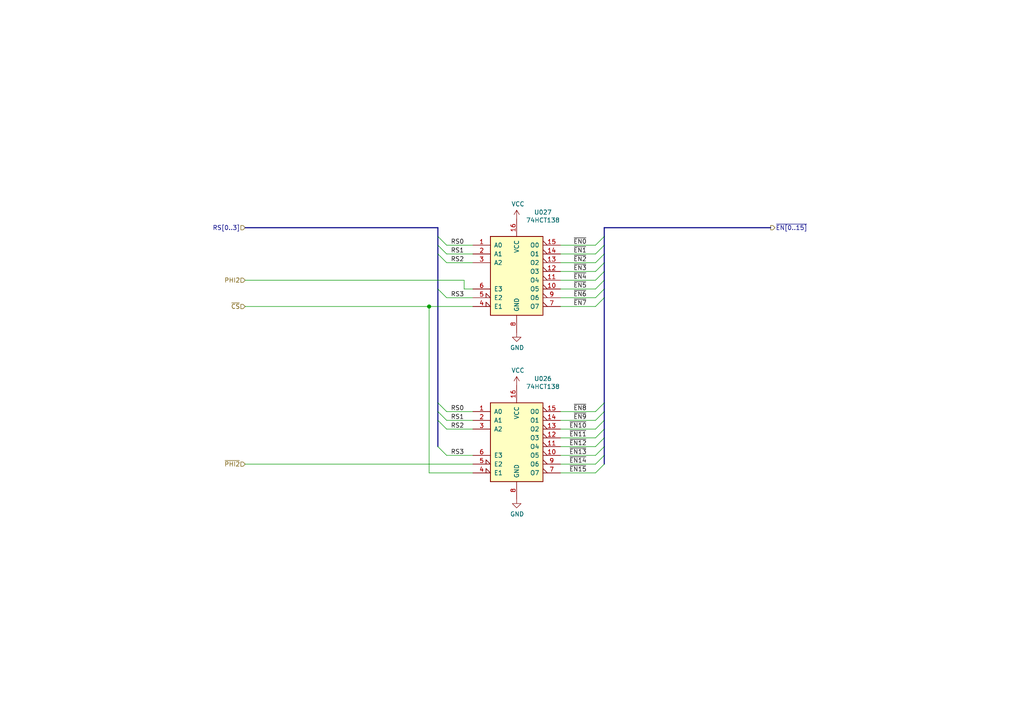
<source format=kicad_sch>
(kicad_sch (version 20211123) (generator eeschema)
  (paper "A4")
  (title_block (title "74HCT6526 Board 0") (date "2023-01-22") (rev "0.2.0") (company "Daniel Molina") (comment 1 "https://github.com/dmolinagarcia/74HCT6526"))
  (lib_symbols
    (symbol "74xx:74LS138" (pin_names (offset 1.016))
      (property "Reference" "U" (at -7.62 11.43 0))
      (property "Value" "74LS138" (at -7.62 -13.97 0))
      (symbol "74LS138_1_0"
        (pin input line (at -12.7 7.62 0) (length 5.08) (name "A0") (number "1"))
        (pin output output_low (at 12.7 -5.08 180) (length 5.08) (name "O5") (number "10"))
        (pin output output_low (at 12.7 -2.54 180) (length 5.08) (name "O4") (number "11"))
        (pin output output_low (at 12.7 0 180) (length 5.08) (name "O3") (number "12"))
        (pin output output_low (at 12.7 2.54 180) (length 5.08) (name "O2") (number "13"))
        (pin output output_low (at 12.7 5.08 180) (length 5.08) (name "O1") (number "14"))
        (pin output output_low (at 12.7 7.62 180) (length 5.08) (name "O0") (number "15"))
        (pin power_in line (at 0 15.24 270) (length 5.08) (name "VCC") (number "16"))
        (pin input line (at -12.7 5.08 0) (length 5.08) (name "A1") (number "2"))
        (pin input line (at -12.7 2.54 0) (length 5.08) (name "A2") (number "3"))
        (pin input input_low (at -12.7 -10.16 0) (length 5.08) (name "E1") (number "4"))
        (pin input input_low (at -12.7 -7.62 0) (length 5.08) (name "E2") (number "5"))
        (pin input line (at -12.7 -5.08 0) (length 5.08) (name "E3") (number "6"))
        (pin output output_low (at 12.7 -10.16 180) (length 5.08) (name "O7") (number "7"))
        (pin power_in line (at 0 -17.78 90) (length 5.08) (name "GND") (number "8"))
        (pin output output_low (at 12.7 -7.62 180) (length 5.08) (name "O6") (number "9"))
      )
      (symbol "74LS138_1_1"
        (rectangle (start -7.62 10.16) (end 7.62 -12.7) (stroke (width 0.254)) (fill (type background)))
      )
    )
    (symbol "power:GND" (power) (pin_names (offset 0))
      (property "Value" "GND" (at 0 -3.81 0))
      (symbol "GND_0_1"
        (polyline (pts (xy 0 0) (xy 0 -1.27) (xy 1.27 -1.27) (xy 0 -2.54) (xy -1.27 -1.27) (xy 0 -1.27)))
      )
      (symbol "GND_1_1"
        (pin power_in line (at 0 0 270) (length 0) hide (name "GND") (number "1"))
      )
    )
    (symbol "power:VCC" (power) (pin_names (offset 0))
      (property "Value" "VCC" (at 0 3.81 0))
      (symbol "VCC_0_1"
        (polyline (pts (xy -0.762 1.27) (xy 0 2.54)))
        (polyline (pts (xy 0 0) (xy 0 2.54)))
        (polyline (pts (xy 0 2.54) (xy 0.762 1.27)))
      )
      (symbol "VCC_1_1"
        (pin power_in line (at 0 0 90) (length 0) hide (name "VCC") (number "1"))
      )
    )
  )
  (junction (at 124.46 88.9) (diameter 1.016))
  (bus_entry (at 175.26 134.62) (size -2.54 2.54) (stroke (width 0.1524)))
  (bus_entry (at 175.26 86.36) (size -2.54 2.54) (stroke (width 0.1524)))
  (bus_entry (at 175.26 68.58) (size -2.54 2.54) (stroke (width 0.1524)))
  (bus_entry (at 127 119.38) (size 2.54 2.54) (stroke (width 0.1524)))
  (bus_entry (at 127 121.92) (size 2.54 2.54) (stroke (width 0.1524)))
  (bus_entry (at 175.26 119.38) (size -2.54 2.54) (stroke (width 0.1524)))
  (bus_entry (at 127 73.66) (size 2.54 2.54) (stroke (width 0.1524)))
  (bus_entry (at 175.26 124.46) (size -2.54 2.54) (stroke (width 0.1524)))
  (bus_entry (at 175.26 76.2) (size -2.54 2.54) (stroke (width 0.1524)))
  (bus_entry (at 127 68.58) (size 2.54 2.54) (stroke (width 0.1524)))
  (bus_entry (at 175.26 127) (size -2.54 2.54) (stroke (width 0.1524)))
  (bus_entry (at 175.26 83.82) (size -2.54 2.54) (stroke (width 0.1524)))
  (bus_entry (at 127 71.12) (size 2.54 2.54) (stroke (width 0.1524)))
  (bus_entry (at 175.26 121.92) (size -2.54 2.54) (stroke (width 0.1524)))
  (bus_entry (at 175.26 116.84) (size -2.54 2.54) (stroke (width 0.1524)))
  (bus_entry (at 127 129.54) (size 2.54 2.54) (stroke (width 0.1524)))
  (bus_entry (at 175.26 81.28) (size -2.54 2.54) (stroke (width 0.1524)))
  (bus_entry (at 175.26 73.66) (size -2.54 2.54) (stroke (width 0.1524)))
  (bus_entry (at 175.26 71.12) (size -2.54 2.54) (stroke (width 0.1524)))
  (bus_entry (at 175.26 132.08) (size -2.54 2.54) (stroke (width 0.1524)))
  (bus_entry (at 175.26 78.74) (size -2.54 2.54) (stroke (width 0.1524)))
  (bus_entry (at 127 83.82) (size 2.54 2.54) (stroke (width 0.1524)))
  (bus_entry (at 127 116.84) (size 2.54 2.54) (stroke (width 0.1524)))
  (bus_entry (at 175.26 129.54) (size -2.54 2.54) (stroke (width 0.1524)))
  (wire (pts (xy 162.56 134.62) (xy 172.72 134.62)))
  (bus (pts (xy 127 71.12) (xy 127 73.66)))
  (bus (pts (xy 175.26 83.82) (xy 175.26 81.28)))
  (bus (pts (xy 175.26 68.58) (xy 175.26 66.04)))
  (wire (pts (xy 162.56 71.12) (xy 172.72 71.12)))
  (bus (pts (xy 175.26 66.04) (xy 223.52 66.04)))
  (wire (pts (xy 134.62 83.82) (xy 137.16 83.82)))
  (bus (pts (xy 127 116.84) (xy 127 119.38)))
  (bus (pts (xy 175.26 119.38) (xy 175.26 116.84)))
  (wire (pts (xy 129.54 132.08) (xy 137.16 132.08)))
  (bus (pts (xy 175.26 116.84) (xy 175.26 86.36)))
  (wire (pts (xy 129.54 119.38) (xy 137.16 119.38)))
  (wire (pts (xy 162.56 119.38) (xy 172.72 119.38)))
  (wire (pts (xy 129.54 124.46) (xy 137.16 124.46)))
  (wire (pts (xy 162.56 124.46) (xy 172.72 124.46)))
  (wire (pts (xy 129.54 121.92) (xy 137.16 121.92)))
  (bus (pts (xy 127 121.92) (xy 127 129.54)))
  (wire (pts (xy 162.56 76.2) (xy 172.72 76.2)))
  (wire (pts (xy 129.54 76.2) (xy 137.16 76.2)))
  (wire (pts (xy 162.56 127) (xy 172.72 127)))
  (wire (pts (xy 124.46 88.9) (xy 137.16 88.9)))
  (bus (pts (xy 175.26 129.54) (xy 175.26 127)))
  (wire (pts (xy 71.12 134.62) (xy 137.16 134.62)))
  (wire (pts (xy 71.12 81.28) (xy 134.62 81.28)))
  (bus (pts (xy 127 68.58) (xy 127 71.12)))
  (bus (pts (xy 175.26 86.36) (xy 175.26 83.82)))
  (wire (pts (xy 162.56 132.08) (xy 172.72 132.08)))
  (bus (pts (xy 127 119.38) (xy 127 121.92)))
  (wire (pts (xy 124.46 88.9) (xy 124.46 137.16)))
  (wire (pts (xy 162.56 121.92) (xy 172.72 121.92)))
  (wire (pts (xy 162.56 81.28) (xy 172.72 81.28)))
  (bus (pts (xy 127 73.66) (xy 127 83.82)))
  (wire (pts (xy 162.56 86.36) (xy 172.72 86.36)))
  (wire (pts (xy 134.62 81.28) (xy 134.62 83.82)))
  (bus (pts (xy 175.26 73.66) (xy 175.26 71.12)))
  (wire (pts (xy 162.56 129.54) (xy 172.72 129.54)))
  (wire (pts (xy 129.54 73.66) (xy 137.16 73.66)))
  (wire (pts (xy 162.56 73.66) (xy 172.72 73.66)))
  (bus (pts (xy 127 83.82) (xy 127 116.84)))
  (bus (pts (xy 175.26 78.74) (xy 175.26 76.2)))
  (bus (pts (xy 175.26 127) (xy 175.26 124.46)))
  (wire (pts (xy 129.54 71.12) (xy 137.16 71.12)))
  (bus (pts (xy 175.26 76.2) (xy 175.26 73.66)))
  (wire (pts (xy 162.56 137.16) (xy 172.72 137.16)))
  (wire (pts (xy 162.56 78.74) (xy 172.72 78.74)))
  (wire (pts (xy 162.56 83.82) (xy 172.72 83.82)))
  (bus (pts (xy 175.26 71.12) (xy 175.26 68.58)))
  (bus (pts (xy 127 66.04) (xy 127 68.58)))
  (bus (pts (xy 175.26 134.62) (xy 175.26 132.08)))
  (bus (pts (xy 175.26 121.92) (xy 175.26 119.38)))
  (bus (pts (xy 175.26 132.08) (xy 175.26 129.54)))
  (wire (pts (xy 71.12 88.9) (xy 124.46 88.9)))
  (bus (pts (xy 175.26 124.46) (xy 175.26 121.92)))
  (bus (pts (xy 71.12 66.04) (xy 127 66.04)))
  (wire (pts (xy 124.46 137.16) (xy 137.16 137.16)))
  (bus (pts (xy 175.26 81.28) (xy 175.26 78.74)))
  (wire (pts (xy 162.56 88.9) (xy 172.72 88.9)))
  (wire (pts (xy 129.54 86.36) (xy 137.16 86.36)))
  (label "~{EN7}" (at 170.18 88.9 180))
  (label "RS1" (at 134.62 73.66 180))
  (label "~{EN11}" (at 170.18 127 180))
  (label "RS0" (at 134.62 71.12 180))
  (label "RS3" (at 134.62 86.36 180))
  (label "~{EN9}" (at 170.18 121.92 180))
  (label "RS2" (at 134.62 124.46 180))
  (label "RS2" (at 134.62 76.2 180))
  (label "~{EN1}" (at 170.18 73.66 180))
  (label "~{EN12}" (at 170.18 129.54 180))
  (label "~{EN0}" (at 170.18 71.12 180))
  (label "~{EN10}" (at 170.18 124.46 180))
  (label "~{EN5}" (at 170.18 83.82 180))
  (label "RS0" (at 134.62 119.38 180))
  (label "~{EN2}" (at 170.18 76.2 180))
  (label "~{EN15}" (at 170.18 137.16 180))
  (label "~{EN4}" (at 170.18 81.28 180))
  (label "RS1" (at 134.62 121.92 180))
  (label "~{EN13}" (at 170.18 132.08 180))
  (label "~{EN8}" (at 170.18 119.38 180))
  (label "~{EN3}" (at 170.18 78.74 180))
  (label "~{EN14}" (at 170.18 134.62 180))
  (label "~{EN6}" (at 170.18 86.36 180))
  (label "RS3" (at 134.62 132.08 180))
  (hierarchical_label "~{CS}" (shape input) (at 71.12 88.9 180))
  (hierarchical_label "RS[0..3]" (shape input) (at 71.12 66.04 180))
  (hierarchical_label "PHI2" (shape input) (at 71.12 81.28 180))
  (hierarchical_label "~{PHI2}" (shape input) (at 71.12 134.62 180))
  (hierarchical_label "~{EN[0..15]}" (shape output) (at 223.52 66.04 0))
  (symbol (lib_id "power:VCC") (at 149.86 111.76 0) (unit 1)
    (property "Reference" "#PWR023" (effects hide))
    (property "Value" "VCC" (at 150.2283 107.4356 0))
  )
  (symbol (lib_id "74xx:74LS138") (at 149.86 78.74 0) (unit 1)
    (property "Reference" "U027" (at 157.48 61.5758 0))
    (property "Value" "74HCT138" (at 157.48 63.8745 0))
    (property "Footprint" "74hct6526.footprints:SO-16" (effects hide))
    (property "Datasheet" "http://www.ti.com/lit/gpn/sn74LS138" (effects hide))
  )
  (symbol (lib_id "power:VCC") (at 149.86 63.5 0) (unit 1)
    (property "Reference" "#PWR021" (effects hide))
    (property "Value" "VCC" (at 150.2283 59.1756 0))
  )
  (symbol (lib_id "power:GND") (at 149.86 144.78 0) (unit 1)
    (property "Reference" "#PWR024" (effects hide))
    (property "Value" "GND" (at 149.9743 149.1044 0))
  )
  (symbol (lib_id "power:GND") (at 149.86 96.52 0) (unit 1)
    (property "Reference" "#PWR022" (effects hide))
    (property "Value" "GND" (at 149.9743 100.8444 0))
  )
  (symbol (lib_id "74xx:74LS138") (at 149.86 127 0) (unit 1)
    (property "Reference" "U026" (at 157.48 109.8358 0))
    (property "Value" "74HCT138" (at 157.48 112.1345 0))
    (property "Footprint" "74hct6526.footprints:SO-16" (effects hide))
    (property "Datasheet" "http://www.ti.com/lit/gpn/sn74LS138" (effects hide))
  )
)
</source>
